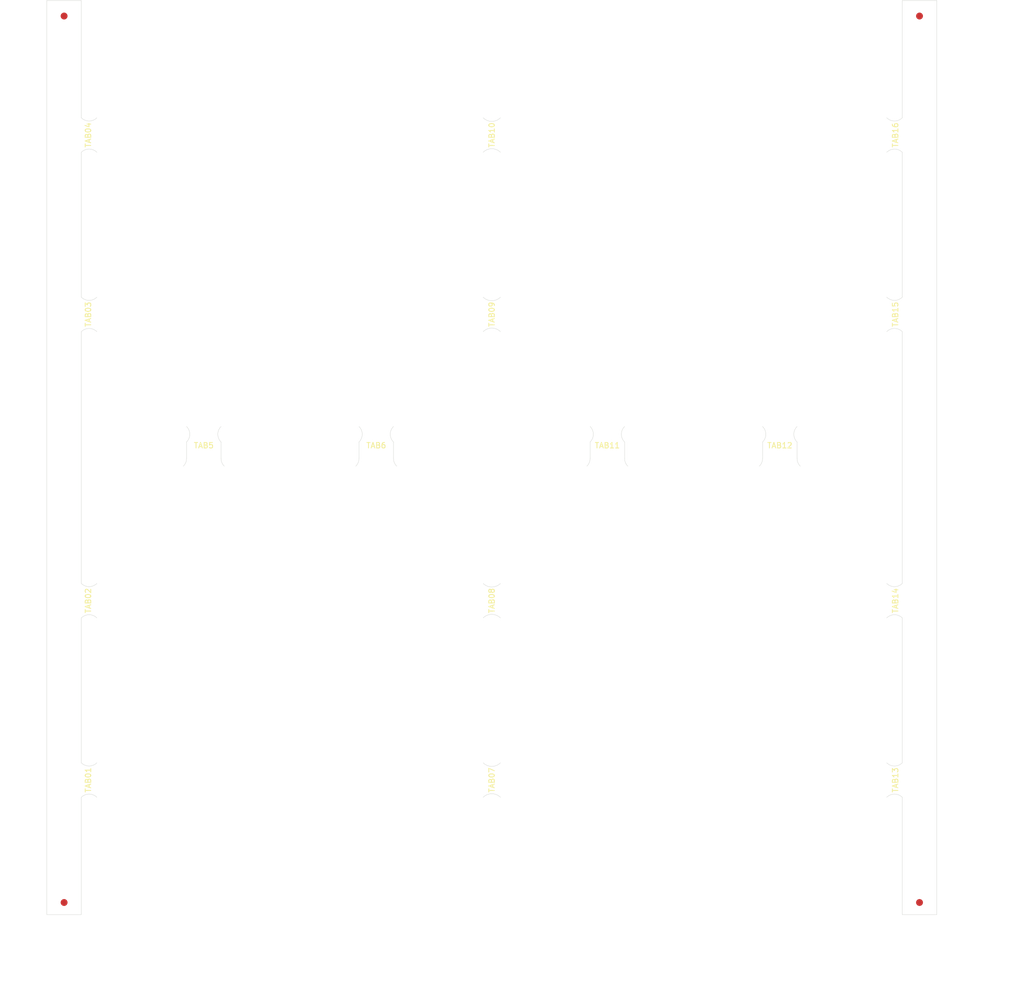
<source format=kicad_pcb>
(kicad_pcb (version 20171130) (host pcbnew 5.1.5+dfsg1-2build2)

  (general
    (thickness 1.6)
    (drawings 66)
    (tracks 0)
    (zones 0)
    (modules 46)
    (nets 2)
  )

  (page A3)
  (title_block
    (title "Democratic Sendcomm")
    (date 2020-12-26)
    (rev 0.9.2)
    (company "Europalab Devices")
    (comment 1 "Copyright © 2020, Europalab Devices")
    (comment 2 "Fulfilling requirements of 20200210")
    (comment 3 "Pending quality assurance testing")
    (comment 4 "Release revision for manufacturing")
  )

  (layers
    (0 F.Cu signal)
    (1 In1.Cu power)
    (2 In2.Cu power)
    (31 B.Cu signal)
    (34 B.Paste user)
    (35 F.Paste user)
    (36 B.SilkS user)
    (37 F.SilkS user)
    (38 B.Mask user)
    (39 F.Mask user)
    (40 Dwgs.User user)
    (41 Cmts.User user)
    (44 Edge.Cuts user)
    (45 Margin user)
    (46 B.CrtYd user)
    (47 F.CrtYd user)
    (48 B.Fab user)
    (49 F.Fab user)
  )

  (setup
    (last_trace_width 0.127)
    (user_trace_width 0.1016)
    (user_trace_width 0.127)
    (user_trace_width 0.2)
    (user_trace_width 0.4)
    (user_trace_width 1.016)
    (trace_clearance 0.127)
    (zone_clearance 0.508)
    (zone_45_only no)
    (trace_min 0.09)
    (via_size 0.6)
    (via_drill 0.3)
    (via_min_size 0.356)
    (via_min_drill 0.2)
    (user_via 0.356 0.2)
    (user_via 0.45 0.2)
    (uvia_size 0.45)
    (uvia_drill 0.1)
    (uvias_allowed no)
    (uvia_min_size 0.45)
    (uvia_min_drill 0.1)
    (edge_width 0.05)
    (segment_width 0.1)
    (pcb_text_width 0.25)
    (pcb_text_size 1 1)
    (mod_edge_width 0.15)
    (mod_text_size 1 1)
    (mod_text_width 0.15)
    (pad_size 2 2)
    (pad_drill 0)
    (pad_to_mask_clearance 0)
    (aux_axis_origin 0 0)
    (visible_elements 7FFFFFFF)
    (pcbplotparams
      (layerselection 0x313fc_ffffffff)
      (usegerberextensions true)
      (usegerberattributes false)
      (usegerberadvancedattributes false)
      (creategerberjobfile false)
      (excludeedgelayer true)
      (linewidth 0.150000)
      (plotframeref false)
      (viasonmask false)
      (mode 1)
      (useauxorigin false)
      (hpglpennumber 1)
      (hpglpenspeed 20)
      (hpglpendiameter 15.000000)
      (psnegative false)
      (psa4output false)
      (plotreference true)
      (plotvalue true)
      (plotinvisibletext false)
      (padsonsilk false)
      (subtractmaskfromsilk false)
      (outputformat 1)
      (mirror false)
      (drillshape 0)
      (scaleselection 1)
      (outputdirectory "fabsingle"))
  )

  (net 0 "")
  (net 1 GND)

  (net_class Default "This is the default net class."
    (clearance 0.127)
    (trace_width 0.127)
    (via_dia 0.6)
    (via_drill 0.3)
    (uvia_dia 0.45)
    (uvia_drill 0.1)
  )

  (net_class Power ""
    (clearance 0.2)
    (trace_width 0.5)
    (via_dia 1)
    (via_drill 0.7)
    (uvia_dia 0.5)
    (uvia_drill 0.1)
  )

  (module Elabdev:Panel_Mousetab_25mm_Single (layer F.Cu) (tedit 5CD9E502) (tstamp 60045457)
    (at 97.75 141.25 270)
    (path /5CD9EB0D)
    (fp_text reference TAB1 (at 0 0) (layer F.SilkS) hide
      (effects (font (size 0.8 0.8) (thickness 0.13)))
    )
    (fp_text value Pantab (at -3.25 0 180) (layer F.Fab)
      (effects (font (size 1 1) (thickness 0.15)))
    )
    (fp_line (start 1.25 -2.2) (end 1.25 2.2) (layer F.Fab) (width 0.15))
    (fp_line (start -1.25 -2.2) (end -1.25 2.2) (layer F.Fab) (width 0.15))
    (fp_line (start 2.1 -2.6) (end 2.1 2.6) (layer F.CrtYd) (width 0.15))
    (fp_line (start 2.1 2.6) (end -2.1 2.6) (layer F.CrtYd) (width 0.15))
    (fp_line (start -2.1 2.6) (end -2.1 -2.6) (layer F.CrtYd) (width 0.15))
    (fp_line (start -2.1 -2.6) (end 2.1 -2.6) (layer F.CrtYd) (width 0.15))
    (pad "" np_thru_hole circle (at 1.35 2 270) (size 0.5 0.5) (drill 0.5) (layers *.Cu))
    (pad "" np_thru_hole circle (at 1.35 1.2 270) (size 0.5 0.5) (drill 0.5) (layers *.Cu))
    (pad "" np_thru_hole circle (at 1.35 0.4 270) (size 0.5 0.5) (drill 0.5) (layers *.Cu))
    (pad "" np_thru_hole circle (at 1.35 -0.4 270) (size 0.5 0.5) (drill 0.5) (layers *.Cu))
    (pad "" np_thru_hole circle (at 1.35 -1.2 270) (size 0.5 0.5) (drill 0.5) (layers *.Cu))
    (pad "" np_thru_hole circle (at 1.35 -2 270) (size 0.5 0.5) (drill 0.5) (layers *.Cu))
  )

  (module Elabdev:Panel_Mousetab_25mm_Single (layer F.Cu) (tedit 5CD9E502) (tstamp 600453A0)
    (at 122.75 141.25 270)
    (path /5CD9EB0D)
    (fp_text reference TAB8 (at 0 0) (layer F.SilkS) hide
      (effects (font (size 0.8 0.8) (thickness 0.13)))
    )
    (fp_text value Pantab (at -3.25 0 180) (layer F.Fab)
      (effects (font (size 1 1) (thickness 0.15)))
    )
    (fp_line (start 1.25 -2.2) (end 1.25 2.2) (layer F.Fab) (width 0.15))
    (fp_line (start -1.25 -2.2) (end -1.25 2.2) (layer F.Fab) (width 0.15))
    (fp_line (start 2.1 -2.6) (end 2.1 2.6) (layer F.CrtYd) (width 0.15))
    (fp_line (start 2.1 2.6) (end -2.1 2.6) (layer F.CrtYd) (width 0.15))
    (fp_line (start -2.1 2.6) (end -2.1 -2.6) (layer F.CrtYd) (width 0.15))
    (fp_line (start -2.1 -2.6) (end 2.1 -2.6) (layer F.CrtYd) (width 0.15))
    (pad "" np_thru_hole circle (at 1.35 2 270) (size 0.5 0.5) (drill 0.5) (layers *.Cu))
    (pad "" np_thru_hole circle (at 1.35 1.2 270) (size 0.5 0.5) (drill 0.5) (layers *.Cu))
    (pad "" np_thru_hole circle (at 1.35 0.4 270) (size 0.5 0.5) (drill 0.5) (layers *.Cu))
    (pad "" np_thru_hole circle (at 1.35 -0.4 270) (size 0.5 0.5) (drill 0.5) (layers *.Cu))
    (pad "" np_thru_hole circle (at 1.35 -1.2 270) (size 0.5 0.5) (drill 0.5) (layers *.Cu))
    (pad "" np_thru_hole circle (at 1.35 -2 270) (size 0.5 0.5) (drill 0.5) (layers *.Cu))
  )

  (module Elabdev:Panel_Mousetab_25mm_Single (layer F.Cu) (tedit 5CD9E502) (tstamp 6004412D)
    (at 156.25 141.25 270)
    (path /5CD9EB0D)
    (fp_text reference TAB1 (at 0 0) (layer F.SilkS) hide
      (effects (font (size 0.8 0.8) (thickness 0.13)))
    )
    (fp_text value Pantab (at -3.25 0 180) (layer F.Fab)
      (effects (font (size 1 1) (thickness 0.15)))
    )
    (fp_line (start -2.1 -2.6) (end 2.1 -2.6) (layer F.CrtYd) (width 0.15))
    (fp_line (start -2.1 2.6) (end -2.1 -2.6) (layer F.CrtYd) (width 0.15))
    (fp_line (start 2.1 2.6) (end -2.1 2.6) (layer F.CrtYd) (width 0.15))
    (fp_line (start 2.1 -2.6) (end 2.1 2.6) (layer F.CrtYd) (width 0.15))
    (fp_line (start -1.25 -2.2) (end -1.25 2.2) (layer F.Fab) (width 0.15))
    (fp_line (start 1.25 -2.2) (end 1.25 2.2) (layer F.Fab) (width 0.15))
    (pad "" np_thru_hole circle (at 1.35 -2 270) (size 0.5 0.5) (drill 0.5) (layers *.Cu))
    (pad "" np_thru_hole circle (at 1.35 -1.2 270) (size 0.5 0.5) (drill 0.5) (layers *.Cu))
    (pad "" np_thru_hole circle (at 1.35 -0.4 270) (size 0.5 0.5) (drill 0.5) (layers *.Cu))
    (pad "" np_thru_hole circle (at 1.35 0.4 270) (size 0.5 0.5) (drill 0.5) (layers *.Cu))
    (pad "" np_thru_hole circle (at 1.35 1.2 270) (size 0.5 0.5) (drill 0.5) (layers *.Cu))
    (pad "" np_thru_hole circle (at 1.35 2 270) (size 0.5 0.5) (drill 0.5) (layers *.Cu))
  )

  (module Elabdev:Panel_Mousetab_25mm_Single (layer F.Cu) (tedit 5CD9E502) (tstamp 60044076)
    (at 181.25 141.25 270)
    (path /5CD9EB0D)
    (fp_text reference TAB8 (at 0 0) (layer F.SilkS) hide
      (effects (font (size 0.8 0.8) (thickness 0.13)))
    )
    (fp_text value Pantab (at -3.25 0 180) (layer F.Fab)
      (effects (font (size 1 1) (thickness 0.15)))
    )
    (fp_line (start -2.1 -2.6) (end 2.1 -2.6) (layer F.CrtYd) (width 0.15))
    (fp_line (start -2.1 2.6) (end -2.1 -2.6) (layer F.CrtYd) (width 0.15))
    (fp_line (start 2.1 2.6) (end -2.1 2.6) (layer F.CrtYd) (width 0.15))
    (fp_line (start 2.1 -2.6) (end 2.1 2.6) (layer F.CrtYd) (width 0.15))
    (fp_line (start -1.25 -2.2) (end -1.25 2.2) (layer F.Fab) (width 0.15))
    (fp_line (start 1.25 -2.2) (end 1.25 2.2) (layer F.Fab) (width 0.15))
    (pad "" np_thru_hole circle (at 1.35 -2 270) (size 0.5 0.5) (drill 0.5) (layers *.Cu))
    (pad "" np_thru_hole circle (at 1.35 -1.2 270) (size 0.5 0.5) (drill 0.5) (layers *.Cu))
    (pad "" np_thru_hole circle (at 1.35 -0.4 270) (size 0.5 0.5) (drill 0.5) (layers *.Cu))
    (pad "" np_thru_hole circle (at 1.35 0.4 270) (size 0.5 0.5) (drill 0.5) (layers *.Cu))
    (pad "" np_thru_hole circle (at 1.35 1.2 270) (size 0.5 0.5) (drill 0.5) (layers *.Cu))
    (pad "" np_thru_hole circle (at 1.35 2 270) (size 0.5 0.5) (drill 0.5) (layers *.Cu))
  )

  (module Elabdev:MountingHole_1.8mm (layer F.Cu) (tedit 5B924765) (tstamp 5FBCCBDE)
    (at 201.5 197.25)
    (descr "Mounting Hole 1.8mm, no annular")
    (tags "mounting hole 1.8mm no annular")
    (attr virtual)
    (fp_text reference REF** (at 0 -3.2) (layer F.SilkS) hide
      (effects (font (size 1 1) (thickness 0.15)))
    )
    (fp_text value MountingHole_1.8mm (at 0 3.2) (layer F.Fab)
      (effects (font (size 1 1) (thickness 0.15)))
    )
    (fp_circle (center 0 0) (end 1.85 0) (layer F.CrtYd) (width 0.05))
    (fp_circle (center 0 0) (end 1.8 0) (layer Cmts.User) (width 0.15))
    (fp_text user %R (at 0.3 0) (layer F.Fab)
      (effects (font (size 1 1) (thickness 0.15)))
    )
    (pad "" np_thru_hole circle (at 0 0) (size 1.8 1.8) (drill 1.8) (layers *.Cu *.Mask))
  )

  (module Elabdev:MountingHole_1.8mm (layer F.Cu) (tedit 5B924765) (tstamp 5FBCCBC8)
    (at 201.5 131.75)
    (descr "Mounting Hole 1.8mm, no annular")
    (tags "mounting hole 1.8mm no annular")
    (attr virtual)
    (fp_text reference REF** (at 0 -3.2) (layer F.SilkS) hide
      (effects (font (size 1 1) (thickness 0.15)))
    )
    (fp_text value MountingHole_1.8mm (at 0 3.2) (layer F.Fab)
      (effects (font (size 1 1) (thickness 0.15)))
    )
    (fp_circle (center 0 0) (end 1.85 0) (layer F.CrtYd) (width 0.05))
    (fp_circle (center 0 0) (end 1.8 0) (layer Cmts.User) (width 0.15))
    (fp_text user %R (at 0.3 0) (layer F.Fab)
      (effects (font (size 1 1) (thickness 0.15)))
    )
    (pad "" np_thru_hole circle (at 0 0) (size 1.8 1.8) (drill 1.8) (layers *.Cu *.Mask))
  )

  (module Elabdev:MountingHole_1.8mm (layer F.Cu) (tedit 5B924765) (tstamp 5FBCBB7E)
    (at 77.5 197.25)
    (descr "Mounting Hole 1.8mm, no annular")
    (tags "mounting hole 1.8mm no annular")
    (attr virtual)
    (fp_text reference REF** (at 0 -3.2) (layer F.SilkS) hide
      (effects (font (size 1 1) (thickness 0.15)))
    )
    (fp_text value MountingHole_1.8mm (at 0 3.2) (layer F.Fab)
      (effects (font (size 1 1) (thickness 0.15)))
    )
    (fp_circle (center 0 0) (end 1.85 0) (layer F.CrtYd) (width 0.05))
    (fp_circle (center 0 0) (end 1.8 0) (layer Cmts.User) (width 0.15))
    (fp_text user %R (at 0.3 0) (layer F.Fab)
      (effects (font (size 1 1) (thickness 0.15)))
    )
    (pad "" np_thru_hole circle (at 0 0) (size 1.8 1.8) (drill 1.8) (layers *.Cu *.Mask))
  )

  (module Elabdev:MountingHole_1.8mm (layer F.Cu) (tedit 5B924765) (tstamp 5FBCBB70)
    (at 77.5 150.75)
    (descr "Mounting Hole 1.8mm, no annular")
    (tags "mounting hole 1.8mm no annular")
    (attr virtual)
    (fp_text reference REF** (at 0 -3.2) (layer F.SilkS) hide
      (effects (font (size 1 1) (thickness 0.15)))
    )
    (fp_text value MountingHole_1.8mm (at 0 3.2) (layer F.Fab)
      (effects (font (size 1 1) (thickness 0.15)))
    )
    (fp_circle (center 0 0) (end 1.85 0) (layer F.CrtYd) (width 0.05))
    (fp_circle (center 0 0) (end 1.8 0) (layer Cmts.User) (width 0.15))
    (fp_text user %R (at 0.3 0) (layer F.Fab)
      (effects (font (size 1 1) (thickness 0.15)))
    )
    (pad "" np_thru_hole circle (at 0 0) (size 1.8 1.8) (drill 1.8) (layers *.Cu *.Mask))
  )

  (module Elabdev:MountingHole_1.8mm (layer F.Cu) (tedit 5B924765) (tstamp 5FBCBB5A)
    (at 201.5 85.25)
    (descr "Mounting Hole 1.8mm, no annular")
    (tags "mounting hole 1.8mm no annular")
    (attr virtual)
    (fp_text reference REF** (at 0 -3.2) (layer F.SilkS) hide
      (effects (font (size 1 1) (thickness 0.15)))
    )
    (fp_text value MountingHole_1.8mm (at 0 3.2) (layer F.Fab)
      (effects (font (size 1 1) (thickness 0.15)))
    )
    (fp_circle (center 0 0) (end 1.85 0) (layer F.CrtYd) (width 0.05))
    (fp_circle (center 0 0) (end 1.8 0) (layer Cmts.User) (width 0.15))
    (fp_text user %R (at 0.3 0) (layer F.Fab)
      (effects (font (size 1 1) (thickness 0.15)))
    )
    (pad "" np_thru_hole circle (at 0 0) (size 1.8 1.8) (drill 1.8) (layers *.Cu *.Mask))
  )

  (module Elabdev:MountingHole_1.8mm (layer F.Cu) (tedit 5B924765) (tstamp 5FBCBA53)
    (at 77.5 85.25)
    (descr "Mounting Hole 1.8mm, no annular")
    (tags "mounting hole 1.8mm no annular")
    (attr virtual)
    (fp_text reference REF** (at 0 -3.2) (layer F.SilkS) hide
      (effects (font (size 1 1) (thickness 0.15)))
    )
    (fp_text value MountingHole_1.8mm (at 0 3.2) (layer F.Fab)
      (effects (font (size 1 1) (thickness 0.15)))
    )
    (fp_circle (center 0 0) (end 1.85 0) (layer F.CrtYd) (width 0.05))
    (fp_circle (center 0 0) (end 1.8 0) (layer Cmts.User) (width 0.15))
    (fp_text user %R (at 0.3 0) (layer F.Fab)
      (effects (font (size 1 1) (thickness 0.15)))
    )
    (pad "" np_thru_hole circle (at 0 0) (size 1.8 1.8) (drill 1.8) (layers *.Cu *.Mask))
  )

  (module MountingHole:MountingHole_3.2mm_M3 (layer F.Cu) (tedit 56D1B4CB) (tstamp 5FFC40C9)
    (at 201 188)
    (descr "Mounting Hole 3.2mm, no annular, M3")
    (tags "mounting hole 3.2mm no annular m3")
    (attr virtual)
    (fp_text reference REF** (at 0 -3.2) (layer F.SilkS) hide
      (effects (font (size 1 1) (thickness 0.15)))
    )
    (fp_text value MountingHole_3.2mm_M3 (at 0 3.2) (layer F.Fab)
      (effects (font (size 1 1) (thickness 0.15)))
    )
    (fp_circle (center 0 0) (end 3.45 0) (layer F.CrtYd) (width 0.05))
    (fp_circle (center 0 0) (end 3.2 0) (layer Cmts.User) (width 0.15))
    (fp_text user %R (at 0.3 0) (layer F.Fab)
      (effects (font (size 1 1) (thickness 0.15)))
    )
    (pad 1 np_thru_hole circle (at 0 0) (size 3.2 3.2) (drill 3.2) (layers *.Cu *.Mask))
  )

  (module MountingHole:MountingHole_3.2mm_M3 (layer F.Cu) (tedit 56D1B4CB) (tstamp 5FFC40BB)
    (at 78 188)
    (descr "Mounting Hole 3.2mm, no annular, M3")
    (tags "mounting hole 3.2mm no annular m3")
    (attr virtual)
    (fp_text reference REF** (at 0 -3.2) (layer F.SilkS) hide
      (effects (font (size 1 1) (thickness 0.15)))
    )
    (fp_text value MountingHole_3.2mm_M3 (at 0 3.2) (layer F.Fab)
      (effects (font (size 1 1) (thickness 0.15)))
    )
    (fp_text user %R (at 0.3 0) (layer F.Fab)
      (effects (font (size 1 1) (thickness 0.15)))
    )
    (fp_circle (center 0 0) (end 3.2 0) (layer Cmts.User) (width 0.15))
    (fp_circle (center 0 0) (end 3.45 0) (layer F.CrtYd) (width 0.05))
    (pad 1 np_thru_hole circle (at 0 0) (size 3.2 3.2) (drill 3.2) (layers *.Cu *.Mask))
  )

  (module MountingHole:MountingHole_3.2mm_M3 (layer F.Cu) (tedit 56D1B4CB) (tstamp 5FFC4060)
    (at 201 94.5)
    (descr "Mounting Hole 3.2mm, no annular, M3")
    (tags "mounting hole 3.2mm no annular m3")
    (attr virtual)
    (fp_text reference REF** (at 0 -3.2) (layer F.SilkS) hide
      (effects (font (size 1 1) (thickness 0.15)))
    )
    (fp_text value MountingHole_3.2mm_M3 (at 0 3.2) (layer F.Fab)
      (effects (font (size 1 1) (thickness 0.15)))
    )
    (fp_text user %R (at 0.3 0) (layer F.Fab)
      (effects (font (size 1 1) (thickness 0.15)))
    )
    (fp_circle (center 0 0) (end 3.2 0) (layer Cmts.User) (width 0.15))
    (fp_circle (center 0 0) (end 3.45 0) (layer F.CrtYd) (width 0.05))
    (pad 1 np_thru_hole circle (at 0 0) (size 3.2 3.2) (drill 3.2) (layers *.Cu *.Mask))
  )

  (module MountingHole:MountingHole_3.2mm_M3 (layer F.Cu) (tedit 56D1B4CB) (tstamp 5FFC3DC2)
    (at 78 94.5)
    (descr "Mounting Hole 3.2mm, no annular, M3")
    (tags "mounting hole 3.2mm no annular m3")
    (attr virtual)
    (fp_text reference REF** (at 0 -3.2) (layer F.SilkS) hide
      (effects (font (size 1 1) (thickness 0.15)))
    )
    (fp_text value MountingHole_3.2mm_M3 (at 0 3.2) (layer F.Fab)
      (effects (font (size 1 1) (thickness 0.15)))
    )
    (fp_circle (center 0 0) (end 3.45 0) (layer F.CrtYd) (width 0.05))
    (fp_circle (center 0 0) (end 3.2 0) (layer Cmts.User) (width 0.15))
    (fp_text user %R (at 0.3 0) (layer F.Fab)
      (effects (font (size 1 1) (thickness 0.15)))
    )
    (pad 1 np_thru_hole circle (at 0 0) (size 3.2 3.2) (drill 3.2) (layers *.Cu *.Mask))
  )

  (module Elabdev:Panel_Mousetab_25mm_Single (layer F.Cu) (tedit 5CD5AA6C) (tstamp 5F4C1047)
    (at 81 162)
    (path /5CD5C074)
    (fp_text reference TAB02 (at 0 0 90 unlocked) (layer F.SilkS)
      (effects (font (size 0.8 0.8) (thickness 0.13)))
    )
    (fp_text value Pantab (at -2.5 0 -270) (layer F.Fab)
      (effects (font (size 1 1) (thickness 0.15)))
    )
    (fp_line (start 1.25 -2.2) (end 1.25 2.2) (layer F.Fab) (width 0.15))
    (fp_line (start -1.25 -2.2) (end -1.25 2.2) (layer F.Fab) (width 0.15))
    (fp_line (start 2.1 -2.6) (end 2.1 2.6) (layer F.CrtYd) (width 0.15))
    (fp_line (start 2.1 2.6) (end -2.1 2.6) (layer F.CrtYd) (width 0.15))
    (fp_line (start -2.1 2.6) (end -2.1 -2.6) (layer F.CrtYd) (width 0.15))
    (fp_line (start -2.1 -2.6) (end 2.1 -2.6) (layer F.CrtYd) (width 0.15))
    (pad "" np_thru_hole circle (at 1.35 2) (size 0.5 0.5) (drill 0.5) (layers *.Cu))
    (pad "" np_thru_hole circle (at 1.35 1.2) (size 0.5 0.5) (drill 0.5) (layers *.Cu))
    (pad "" np_thru_hole circle (at 1.35 0.4) (size 0.5 0.5) (drill 0.5) (layers *.Cu))
    (pad "" np_thru_hole circle (at 1.35 -0.4) (size 0.5 0.5) (drill 0.5) (layers *.Cu))
    (pad "" np_thru_hole circle (at 1.35 -1.2) (size 0.5 0.5) (drill 0.5) (layers *.Cu))
    (pad "" np_thru_hole circle (at 1.35 -2) (size 0.5 0.5) (drill 0.5) (layers *.Cu))
  )

  (module Elabdev:Panel_Mousetab_25mm_Double (layer F.Cu) (tedit 5B993D89) (tstamp 5FBD7812)
    (at 139.5 188)
    (fp_text reference TAB07 (at 0 0 90 unlocked) (layer F.SilkS)
      (effects (font (size 0.8 0.8) (thickness 0.13)))
    )
    (fp_text value Panel_Mousetab_25mm_Double (at 0 3.5) (layer F.Fab)
      (effects (font (size 1 1) (thickness 0.15)))
    )
    (fp_line (start 1.25 -2.2) (end 1.25 2.2) (layer F.Fab) (width 0.15))
    (fp_line (start -1.25 -2.2) (end -1.25 2.2) (layer F.Fab) (width 0.15))
    (fp_line (start 2.1 -2.6) (end 2.1 2.6) (layer F.CrtYd) (width 0.15))
    (fp_line (start 2.1 2.6) (end -2.1 2.6) (layer F.CrtYd) (width 0.15))
    (fp_line (start -2.1 2.6) (end -2.1 -2.6) (layer F.CrtYd) (width 0.15))
    (fp_line (start -2.1 -2.6) (end 2.1 -2.6) (layer F.CrtYd) (width 0.15))
    (pad "" np_thru_hole circle (at 1.35 2) (size 0.5 0.5) (drill 0.5) (layers *.Cu))
    (pad "" np_thru_hole circle (at 1.35 1.2) (size 0.5 0.5) (drill 0.5) (layers *.Cu))
    (pad "" np_thru_hole circle (at 1.35 0.4) (size 0.5 0.5) (drill 0.5) (layers *.Cu))
    (pad "" np_thru_hole circle (at -1.35 2) (size 0.5 0.5) (drill 0.5) (layers *.Cu))
    (pad "" np_thru_hole circle (at -1.35 1.2) (size 0.5 0.5) (drill 0.5) (layers *.Cu))
    (pad "" np_thru_hole circle (at -1.35 0.4) (size 0.5 0.5) (drill 0.5) (layers *.Cu))
    (pad "" np_thru_hole circle (at 1.35 -0.4) (size 0.5 0.5) (drill 0.5) (layers *.Cu))
    (pad "" np_thru_hole circle (at 1.35 -1.2) (size 0.5 0.5) (drill 0.5) (layers *.Cu))
    (pad "" np_thru_hole circle (at 1.35 -2) (size 0.5 0.5) (drill 0.5) (layers *.Cu))
    (pad "" np_thru_hole circle (at -1.35 -2) (size 0.5 0.5) (drill 0.5) (layers *.Cu))
    (pad "" np_thru_hole circle (at -1.35 -1.2) (size 0.5 0.5) (drill 0.5) (layers *.Cu))
    (pad "" np_thru_hole circle (at -1.35 -0.4) (size 0.5 0.5) (drill 0.5) (layers *.Cu))
  )

  (module Elabdev:Panel_Mousetab_25mm_Double (layer F.Cu) (tedit 5B993D89) (tstamp 5FBD77E5)
    (at 139.5 162)
    (fp_text reference TAB08 (at 0 0 90 unlocked) (layer F.SilkS)
      (effects (font (size 0.8 0.8) (thickness 0.13)))
    )
    (fp_text value Panel_Mousetab_25mm_Double (at 0 3.5) (layer F.Fab)
      (effects (font (size 1 1) (thickness 0.15)))
    )
    (fp_line (start 1.25 -2.2) (end 1.25 2.2) (layer F.Fab) (width 0.15))
    (fp_line (start -1.25 -2.2) (end -1.25 2.2) (layer F.Fab) (width 0.15))
    (fp_line (start 2.1 -2.6) (end 2.1 2.6) (layer F.CrtYd) (width 0.15))
    (fp_line (start 2.1 2.6) (end -2.1 2.6) (layer F.CrtYd) (width 0.15))
    (fp_line (start -2.1 2.6) (end -2.1 -2.6) (layer F.CrtYd) (width 0.15))
    (fp_line (start -2.1 -2.6) (end 2.1 -2.6) (layer F.CrtYd) (width 0.15))
    (pad "" np_thru_hole circle (at 1.35 2) (size 0.5 0.5) (drill 0.5) (layers *.Cu))
    (pad "" np_thru_hole circle (at 1.35 1.2) (size 0.5 0.5) (drill 0.5) (layers *.Cu))
    (pad "" np_thru_hole circle (at 1.35 0.4) (size 0.5 0.5) (drill 0.5) (layers *.Cu))
    (pad "" np_thru_hole circle (at -1.35 2) (size 0.5 0.5) (drill 0.5) (layers *.Cu))
    (pad "" np_thru_hole circle (at -1.35 1.2) (size 0.5 0.5) (drill 0.5) (layers *.Cu))
    (pad "" np_thru_hole circle (at -1.35 0.4) (size 0.5 0.5) (drill 0.5) (layers *.Cu))
    (pad "" np_thru_hole circle (at 1.35 -0.4) (size 0.5 0.5) (drill 0.5) (layers *.Cu))
    (pad "" np_thru_hole circle (at 1.35 -1.2) (size 0.5 0.5) (drill 0.5) (layers *.Cu))
    (pad "" np_thru_hole circle (at 1.35 -2) (size 0.5 0.5) (drill 0.5) (layers *.Cu))
    (pad "" np_thru_hole circle (at -1.35 -2) (size 0.5 0.5) (drill 0.5) (layers *.Cu))
    (pad "" np_thru_hole circle (at -1.35 -1.2) (size 0.5 0.5) (drill 0.5) (layers *.Cu))
    (pad "" np_thru_hole circle (at -1.35 -0.4) (size 0.5 0.5) (drill 0.5) (layers *.Cu))
  )

  (module Elabdev:MountingHole_1.1mm (layer F.Cu) (tedit 5B924765) (tstamp 5FBCCC1A)
    (at 201.5 146.75)
    (descr "Mounting Hole 1.1mm, no annular")
    (tags "mounting hole 1.1mm no annular")
    (attr virtual)
    (fp_text reference REF** (at 0 -3.2) (layer F.SilkS) hide
      (effects (font (size 1 1) (thickness 0.15)))
    )
    (fp_text value MountingHole_1.1mm (at 0 3.2) (layer F.Fab)
      (effects (font (size 1 1) (thickness 0.15)))
    )
    (fp_text user %R (at 0.3 0) (layer F.Fab)
      (effects (font (size 1 1) (thickness 0.15)))
    )
    (fp_circle (center 0 0) (end 1.1 0) (layer Cmts.User) (width 0.15))
    (fp_circle (center 0 0) (end 1.35 0) (layer F.CrtYd) (width 0.05))
    (pad "" np_thru_hole circle (at 0 0) (size 1.1 1.1) (drill 1.1) (layers *.Cu *.Mask))
  )

  (module Elabdev:MountingHole_1.1mm (layer F.Cu) (tedit 5B924765) (tstamp 5FBCCBFC)
    (at 77.5 135.75)
    (descr "Mounting Hole 1.1mm, no annular")
    (tags "mounting hole 1.1mm no annular")
    (attr virtual)
    (fp_text reference REF** (at 0 -3.2) (layer F.SilkS) hide
      (effects (font (size 1 1) (thickness 0.15)))
    )
    (fp_text value MountingHole_1.1mm (at 0 3.2) (layer F.Fab)
      (effects (font (size 1 1) (thickness 0.15)))
    )
    (fp_text user %R (at 0.3 0) (layer F.Fab)
      (effects (font (size 1 1) (thickness 0.15)))
    )
    (fp_circle (center 0 0) (end 1.1 0) (layer Cmts.User) (width 0.15))
    (fp_circle (center 0 0) (end 1.35 0) (layer F.CrtYd) (width 0.05))
    (pad "" np_thru_hole circle (at 0 0) (size 1.1 1.1) (drill 1.1) (layers *.Cu *.Mask))
  )

  (module Elabdev:MountingHole_1.1mm (layer F.Cu) (tedit 5B924765) (tstamp 5FBCBB0E)
    (at 201.5 89.25)
    (descr "Mounting Hole 1.1mm, no annular")
    (tags "mounting hole 1.1mm no annular")
    (attr virtual)
    (fp_text reference REF** (at 0 -3.2) (layer F.SilkS) hide
      (effects (font (size 1 1) (thickness 0.15)))
    )
    (fp_text value MountingHole_1.1mm (at 0 3.2) (layer F.Fab)
      (effects (font (size 1 1) (thickness 0.15)))
    )
    (fp_circle (center 0 0) (end 1.35 0) (layer F.CrtYd) (width 0.05))
    (fp_circle (center 0 0) (end 1.1 0) (layer Cmts.User) (width 0.15))
    (fp_text user %R (at 0.3 0) (layer F.Fab)
      (effects (font (size 1 1) (thickness 0.15)))
    )
    (pad "" np_thru_hole circle (at 0 0) (size 1.1 1.1) (drill 1.1) (layers *.Cu *.Mask))
  )

  (module Elabdev:MountingHole_1.1mm (layer F.Cu) (tedit 5B924765) (tstamp 5FBCBAE8)
    (at 201.5 193.25)
    (descr "Mounting Hole 1.1mm, no annular")
    (tags "mounting hole 1.1mm no annular")
    (attr virtual)
    (fp_text reference REF** (at 0 -3.2) (layer F.SilkS) hide
      (effects (font (size 1 1) (thickness 0.15)))
    )
    (fp_text value MountingHole_1.1mm (at 0 3.2) (layer F.Fab)
      (effects (font (size 1 1) (thickness 0.15)))
    )
    (fp_text user %R (at 0.3 0) (layer F.Fab)
      (effects (font (size 1 1) (thickness 0.15)))
    )
    (fp_circle (center 0 0) (end 1.1 0) (layer Cmts.User) (width 0.15))
    (fp_circle (center 0 0) (end 1.35 0) (layer F.CrtYd) (width 0.05))
    (pad "" np_thru_hole circle (at 0 0) (size 1.1 1.1) (drill 1.1) (layers *.Cu *.Mask))
  )

  (module Elabdev:MountingHole_1.1mm (layer F.Cu) (tedit 5B924765) (tstamp 5FBCBABE)
    (at 77.5 193.25)
    (descr "Mounting Hole 1.1mm, no annular")
    (tags "mounting hole 1.1mm no annular")
    (attr virtual)
    (fp_text reference REF** (at 0 -3.2) (layer F.SilkS) hide
      (effects (font (size 1 1) (thickness 0.15)))
    )
    (fp_text value MountingHole_1.1mm (at 0 3.2) (layer F.Fab)
      (effects (font (size 1 1) (thickness 0.15)))
    )
    (fp_text user %R (at 0.3 0) (layer F.Fab)
      (effects (font (size 1 1) (thickness 0.15)))
    )
    (fp_circle (center 0 0) (end 1.1 0) (layer Cmts.User) (width 0.15))
    (fp_circle (center 0 0) (end 1.35 0) (layer F.CrtYd) (width 0.05))
    (pad "" np_thru_hole circle (at 0 0) (size 1.1 1.1) (drill 1.1) (layers *.Cu *.Mask))
  )

  (module Elabdev:MountingHole_1.1mm (layer F.Cu) (tedit 5B924765) (tstamp 5FE8F1F7)
    (at 77.5 89.25)
    (descr "Mounting Hole 1.1mm, no annular")
    (tags "mounting hole 1.1mm no annular")
    (attr virtual)
    (fp_text reference REF** (at 0 -3.2) (layer F.SilkS) hide
      (effects (font (size 1 1) (thickness 0.15)))
    )
    (fp_text value MountingHole_1.1mm (at 0 3.2) (layer F.Fab)
      (effects (font (size 1 1) (thickness 0.15)))
    )
    (fp_circle (center 0 0) (end 1.35 0) (layer F.CrtYd) (width 0.05))
    (fp_circle (center 0 0) (end 1.1 0) (layer Cmts.User) (width 0.15))
    (fp_text user %R (at 0.3 0) (layer F.Fab)
      (effects (font (size 1 1) (thickness 0.15)))
    )
    (pad "" np_thru_hole circle (at 0 0) (size 1.1 1.1) (drill 1.1) (layers *.Cu *.Mask))
  )

  (module Fiducial:Fiducial_1mm_Mask2mm (layer F.Cu) (tedit 5C18CB26) (tstamp 5FBDDDDA)
    (at 77.5 205.75)
    (descr "Circular Fiducial, 1mm bare copper, 2mm soldermask opening (Level A)")
    (tags fiducial)
    (attr smd)
    (fp_text reference FID-D (at 1 0) (layer F.SilkS) hide
      (effects (font (size 1 1) (thickness 0.15)) (justify left))
    )
    (fp_text value Fiducial_1mm_Mask2mm (at 0 2) (layer F.Fab)
      (effects (font (size 1 1) (thickness 0.15)))
    )
    (fp_circle (center 0 0) (end 1 0) (layer F.Fab) (width 0.1))
    (fp_text user %R (at 0 0) (layer F.Fab)
      (effects (font (size 0.4 0.4) (thickness 0.06)))
    )
    (fp_circle (center 0 0) (end 1.25 0) (layer F.CrtYd) (width 0.05))
    (pad "" smd circle (at 0 0) (size 1 1) (layers F.Cu F.Mask)
      (solder_mask_margin 0.5) (clearance 0.5))
  )

  (module Fiducial:Fiducial_1mm_Mask2mm (layer F.Cu) (tedit 5C18CB26) (tstamp 5FBDDDBC)
    (at 201.5 205.75)
    (descr "Circular Fiducial, 1mm bare copper, 2mm soldermask opening (Level A)")
    (tags fiducial)
    (attr smd)
    (fp_text reference FID-C (at -1 0) (layer F.SilkS) hide
      (effects (font (size 1 1) (thickness 0.15)) (justify right))
    )
    (fp_text value Fiducial_1mm_Mask2mm (at 0 2) (layer F.Fab)
      (effects (font (size 1 1) (thickness 0.15)))
    )
    (fp_circle (center 0 0) (end 1.25 0) (layer F.CrtYd) (width 0.05))
    (fp_text user %R (at 0 0) (layer F.Fab)
      (effects (font (size 0.4 0.4) (thickness 0.06)))
    )
    (fp_circle (center 0 0) (end 1 0) (layer F.Fab) (width 0.1))
    (pad "" smd circle (at 0 0) (size 1 1) (layers F.Cu F.Mask)
      (solder_mask_margin 0.5) (clearance 0.5))
  )

  (module Fiducial:Fiducial_1mm_Mask2mm (layer F.Cu) (tedit 5C18CB26) (tstamp 5FBDDD97)
    (at 201.5 77.25)
    (descr "Circular Fiducial, 1mm bare copper, 2mm soldermask opening (Level A)")
    (tags fiducial)
    (attr smd)
    (fp_text reference FID-B (at -1 0) (layer F.SilkS) hide
      (effects (font (size 1 1) (thickness 0.15)) (justify right))
    )
    (fp_text value Fiducial_1mm_Mask2mm (at 0 2) (layer F.Fab)
      (effects (font (size 1 1) (thickness 0.15)))
    )
    (fp_circle (center 0 0) (end 1 0) (layer F.Fab) (width 0.1))
    (fp_text user %R (at 0 0) (layer F.Fab)
      (effects (font (size 0.4 0.4) (thickness 0.06)))
    )
    (fp_circle (center 0 0) (end 1.25 0) (layer F.CrtYd) (width 0.05))
    (pad "" smd circle (at 0 0) (size 1 1) (layers F.Cu F.Mask)
      (solder_mask_margin 0.5) (clearance 0.5))
  )

  (module Fiducial:Fiducial_1mm_Mask2mm (layer F.Cu) (tedit 5C18CB26) (tstamp 5FBDDD7E)
    (at 77.5 77.25)
    (descr "Circular Fiducial, 1mm bare copper, 2mm soldermask opening (Level A)")
    (tags fiducial)
    (attr smd)
    (fp_text reference FID-A (at 1 0) (layer F.SilkS) hide
      (effects (font (size 1 1) (thickness 0.15)) (justify left))
    )
    (fp_text value Fiducial_1mm_Mask2mm (at 0 2) (layer F.Fab)
      (effects (font (size 1 1) (thickness 0.15)))
    )
    (fp_circle (center 0 0) (end 1.25 0) (layer F.CrtYd) (width 0.05))
    (fp_text user %R (at 0 0) (layer F.Fab)
      (effects (font (size 0.4 0.4) (thickness 0.06)))
    )
    (fp_circle (center 0 0) (end 1 0) (layer F.Fab) (width 0.1))
    (pad "" smd circle (at 0 0) (size 1 1) (layers F.Cu F.Mask)
      (solder_mask_margin 0.5) (clearance 0.5))
  )

  (module Elabdev:Panel_Mousetab_25mm_Single (layer F.Cu) (tedit 5CD5AA6C) (tstamp 5FBD2063)
    (at 198 120.5 180)
    (path /5CD5C074)
    (fp_text reference TAB15 (at 0 0 90 unlocked) (layer F.SilkS)
      (effects (font (size 0.8 0.8) (thickness 0.13)))
    )
    (fp_text value Pantab (at -2.5 0 90) (layer F.Fab)
      (effects (font (size 1 1) (thickness 0.15)))
    )
    (fp_line (start 1.25 -2.2) (end 1.25 2.2) (layer F.Fab) (width 0.15))
    (fp_line (start -1.25 -2.2) (end -1.25 2.2) (layer F.Fab) (width 0.15))
    (fp_line (start 2.1 -2.6) (end 2.1 2.6) (layer F.CrtYd) (width 0.15))
    (fp_line (start 2.1 2.6) (end -2.1 2.6) (layer F.CrtYd) (width 0.15))
    (fp_line (start -2.1 2.6) (end -2.1 -2.6) (layer F.CrtYd) (width 0.15))
    (fp_line (start -2.1 -2.6) (end 2.1 -2.6) (layer F.CrtYd) (width 0.15))
    (pad "" np_thru_hole circle (at 1.35 2 180) (size 0.5 0.5) (drill 0.5) (layers *.Cu))
    (pad "" np_thru_hole circle (at 1.35 1.2 180) (size 0.5 0.5) (drill 0.5) (layers *.Cu))
    (pad "" np_thru_hole circle (at 1.35 0.4 180) (size 0.5 0.5) (drill 0.5) (layers *.Cu))
    (pad "" np_thru_hole circle (at 1.35 -0.4 180) (size 0.5 0.5) (drill 0.5) (layers *.Cu))
    (pad "" np_thru_hole circle (at 1.35 -1.2 180) (size 0.5 0.5) (drill 0.5) (layers *.Cu))
    (pad "" np_thru_hole circle (at 1.35 -2 180) (size 0.5 0.5) (drill 0.5) (layers *.Cu))
  )

  (module Elabdev:Panel_Mousetab_25mm_Single (layer F.Cu) (tedit 5CD5AA6C) (tstamp 5FBD2044)
    (at 198 94.5 180)
    (path /5CD5C074)
    (fp_text reference TAB16 (at 0 0 90 unlocked) (layer F.SilkS)
      (effects (font (size 0.8 0.8) (thickness 0.13)))
    )
    (fp_text value Pantab (at -2.5 0 90) (layer F.Fab)
      (effects (font (size 1 1) (thickness 0.15)))
    )
    (fp_line (start -2.1 -2.6) (end 2.1 -2.6) (layer F.CrtYd) (width 0.15))
    (fp_line (start -2.1 2.6) (end -2.1 -2.6) (layer F.CrtYd) (width 0.15))
    (fp_line (start 2.1 2.6) (end -2.1 2.6) (layer F.CrtYd) (width 0.15))
    (fp_line (start 2.1 -2.6) (end 2.1 2.6) (layer F.CrtYd) (width 0.15))
    (fp_line (start -1.25 -2.2) (end -1.25 2.2) (layer F.Fab) (width 0.15))
    (fp_line (start 1.25 -2.2) (end 1.25 2.2) (layer F.Fab) (width 0.15))
    (pad "" np_thru_hole circle (at 1.35 -2 180) (size 0.5 0.5) (drill 0.5) (layers *.Cu))
    (pad "" np_thru_hole circle (at 1.35 -1.2 180) (size 0.5 0.5) (drill 0.5) (layers *.Cu))
    (pad "" np_thru_hole circle (at 1.35 -0.4 180) (size 0.5 0.5) (drill 0.5) (layers *.Cu))
    (pad "" np_thru_hole circle (at 1.35 0.4 180) (size 0.5 0.5) (drill 0.5) (layers *.Cu))
    (pad "" np_thru_hole circle (at 1.35 1.2 180) (size 0.5 0.5) (drill 0.5) (layers *.Cu))
    (pad "" np_thru_hole circle (at 1.35 2 180) (size 0.5 0.5) (drill 0.5) (layers *.Cu))
  )

  (module Elabdev:Panel_Mousetab_25mm_Double (layer F.Cu) (tedit 5B993D89) (tstamp 5FBC8FD2)
    (at 139.5 120.5)
    (fp_text reference TAB09 (at 0 0 90 unlocked) (layer F.SilkS)
      (effects (font (size 0.8 0.8) (thickness 0.13)))
    )
    (fp_text value Panel_Mousetab_25mm_Double (at 0 3.5) (layer F.Fab)
      (effects (font (size 1 1) (thickness 0.15)))
    )
    (fp_line (start -2.1 -2.6) (end 2.1 -2.6) (layer F.CrtYd) (width 0.15))
    (fp_line (start -2.1 2.6) (end -2.1 -2.6) (layer F.CrtYd) (width 0.15))
    (fp_line (start 2.1 2.6) (end -2.1 2.6) (layer F.CrtYd) (width 0.15))
    (fp_line (start 2.1 -2.6) (end 2.1 2.6) (layer F.CrtYd) (width 0.15))
    (fp_line (start -1.25 -2.2) (end -1.25 2.2) (layer F.Fab) (width 0.15))
    (fp_line (start 1.25 -2.2) (end 1.25 2.2) (layer F.Fab) (width 0.15))
    (pad "" np_thru_hole circle (at -1.35 -0.4) (size 0.5 0.5) (drill 0.5) (layers *.Cu))
    (pad "" np_thru_hole circle (at -1.35 -1.2) (size 0.5 0.5) (drill 0.5) (layers *.Cu))
    (pad "" np_thru_hole circle (at -1.35 -2) (size 0.5 0.5) (drill 0.5) (layers *.Cu))
    (pad "" np_thru_hole circle (at 1.35 -2) (size 0.5 0.5) (drill 0.5) (layers *.Cu))
    (pad "" np_thru_hole circle (at 1.35 -1.2) (size 0.5 0.5) (drill 0.5) (layers *.Cu))
    (pad "" np_thru_hole circle (at 1.35 -0.4) (size 0.5 0.5) (drill 0.5) (layers *.Cu))
    (pad "" np_thru_hole circle (at -1.35 0.4) (size 0.5 0.5) (drill 0.5) (layers *.Cu))
    (pad "" np_thru_hole circle (at -1.35 1.2) (size 0.5 0.5) (drill 0.5) (layers *.Cu))
    (pad "" np_thru_hole circle (at -1.35 2) (size 0.5 0.5) (drill 0.5) (layers *.Cu))
    (pad "" np_thru_hole circle (at 1.35 0.4) (size 0.5 0.5) (drill 0.5) (layers *.Cu))
    (pad "" np_thru_hole circle (at 1.35 1.2) (size 0.5 0.5) (drill 0.5) (layers *.Cu))
    (pad "" np_thru_hole circle (at 1.35 2) (size 0.5 0.5) (drill 0.5) (layers *.Cu))
  )

  (module Elabdev:Panel_Mousetab_25mm_Double (layer F.Cu) (tedit 5B993D89) (tstamp 5FBC8F92)
    (at 139.5 94.5)
    (fp_text reference TAB10 (at 0 0 90 unlocked) (layer F.SilkS)
      (effects (font (size 0.8 0.8) (thickness 0.13)))
    )
    (fp_text value Panel_Mousetab_25mm_Double (at 0 3.5) (layer F.Fab)
      (effects (font (size 1 1) (thickness 0.15)))
    )
    (fp_line (start -2.1 -2.6) (end 2.1 -2.6) (layer F.CrtYd) (width 0.15))
    (fp_line (start -2.1 2.6) (end -2.1 -2.6) (layer F.CrtYd) (width 0.15))
    (fp_line (start 2.1 2.6) (end -2.1 2.6) (layer F.CrtYd) (width 0.15))
    (fp_line (start 2.1 -2.6) (end 2.1 2.6) (layer F.CrtYd) (width 0.15))
    (fp_line (start -1.25 -2.2) (end -1.25 2.2) (layer F.Fab) (width 0.15))
    (fp_line (start 1.25 -2.2) (end 1.25 2.2) (layer F.Fab) (width 0.15))
    (pad "" np_thru_hole circle (at -1.35 -0.4) (size 0.5 0.5) (drill 0.5) (layers *.Cu))
    (pad "" np_thru_hole circle (at -1.35 -1.2) (size 0.5 0.5) (drill 0.5) (layers *.Cu))
    (pad "" np_thru_hole circle (at -1.35 -2) (size 0.5 0.5) (drill 0.5) (layers *.Cu))
    (pad "" np_thru_hole circle (at 1.35 -2) (size 0.5 0.5) (drill 0.5) (layers *.Cu))
    (pad "" np_thru_hole circle (at 1.35 -1.2) (size 0.5 0.5) (drill 0.5) (layers *.Cu))
    (pad "" np_thru_hole circle (at 1.35 -0.4) (size 0.5 0.5) (drill 0.5) (layers *.Cu))
    (pad "" np_thru_hole circle (at -1.35 0.4) (size 0.5 0.5) (drill 0.5) (layers *.Cu))
    (pad "" np_thru_hole circle (at -1.35 1.2) (size 0.5 0.5) (drill 0.5) (layers *.Cu))
    (pad "" np_thru_hole circle (at -1.35 2) (size 0.5 0.5) (drill 0.5) (layers *.Cu))
    (pad "" np_thru_hole circle (at 1.35 0.4) (size 0.5 0.5) (drill 0.5) (layers *.Cu))
    (pad "" np_thru_hole circle (at 1.35 1.2) (size 0.5 0.5) (drill 0.5) (layers *.Cu))
    (pad "" np_thru_hole circle (at 1.35 2) (size 0.5 0.5) (drill 0.5) (layers *.Cu))
  )

  (module Mounting_Holes:MountingHole_2.5mm (layer F.Cu) (tedit 5D1E62F3) (tstamp 5FBB8A27)
    (at 77.5 81.25)
    (descr "Mounting Hole 2.5mm, no annular")
    (tags "mounting hole 2.5mm no annular")
    (fp_text reference SH1 (at 0 -3.5) (layer F.SilkS) hide
      (effects (font (size 1 1) (thickness 0.15)))
    )
    (fp_text value MountingHole_2.5mm (at 0 3.5) (layer F.Fab)
      (effects (font (size 1 1) (thickness 0.15)))
    )
    (fp_circle (center 0 0) (end 2.5 0) (layer Cmts.User) (width 0.15))
    (fp_circle (center 0 0) (end 2.75 0) (layer F.CrtYd) (width 0.05))
    (pad "" np_thru_hole circle (at 0 0) (size 2.55 2.55) (drill 2.55) (layers *.Cu *.Paste *.Mask))
  )

  (module Mounting_Holes:MountingHole_2.5mm (layer F.Cu) (tedit 5D1E6313) (tstamp 5FBB8A21)
    (at 77.5 201.25)
    (descr "Mounting Hole 2.5mm, no annular")
    (tags "mounting hole 2.5mm no annular")
    (fp_text reference SH2 (at 0 -3.5) (layer F.SilkS) hide
      (effects (font (size 1 1) (thickness 0.15)))
    )
    (fp_text value MountingHole_2.5mm (at 0 3.5) (layer F.Fab)
      (effects (font (size 1 1) (thickness 0.15)))
    )
    (fp_circle (center 0 0) (end 2.75 0) (layer F.CrtYd) (width 0.05))
    (fp_circle (center 0 0) (end 2.5 0) (layer Cmts.User) (width 0.15))
    (pad "" np_thru_hole circle (at 0 0) (size 2.55 2.55) (drill 2.55) (layers *.Cu *.Paste *.Mask))
  )

  (module Mounting_Holes:MountingHole_2.5mm (layer F.Cu) (tedit 5D1E630C) (tstamp 5FBB8A1B)
    (at 77.5 146.25)
    (descr "Mounting Hole 2.5mm, no annular")
    (tags "mounting hole 2.5mm no annular")
    (fp_text reference SH5 (at 0 -3.5) (layer F.SilkS) hide
      (effects (font (size 1 1) (thickness 0.15)))
    )
    (fp_text value MountingHole_2.5mm (at 0 3.5) (layer F.Fab)
      (effects (font (size 1 1) (thickness 0.15)))
    )
    (fp_circle (center 0 0) (end 2.75 0) (layer F.CrtYd) (width 0.05))
    (fp_circle (center 0 0) (end 2.5 0) (layer Cmts.User) (width 0.15))
    (pad "" np_thru_hole circle (at 0 0) (size 2.55 2.55) (drill 2.55) (layers *.Cu *.Paste *.Mask))
  )

  (module Mounting_Holes:MountingHole_2.5mm (layer F.Cu) (tedit 5D1E631D) (tstamp 5FBB8A15)
    (at 201.5 201.25)
    (descr "Mounting Hole 2.5mm, no annular")
    (tags "mounting hole 2.5mm no annular")
    (fp_text reference SH4 (at 0 -3.5) (layer F.SilkS) hide
      (effects (font (size 1 1) (thickness 0.15)))
    )
    (fp_text value MountingHole_2.5mm (at 0 3.5) (layer F.Fab)
      (effects (font (size 1 1) (thickness 0.15)))
    )
    (fp_circle (center 0 0) (end 2.75 0) (layer F.CrtYd) (width 0.05))
    (fp_circle (center 0 0) (end 2.5 0) (layer Cmts.User) (width 0.15))
    (pad "" np_thru_hole circle (at 0 0) (size 2.55 2.55) (drill 2.55) (layers *.Cu *.Paste *.Mask))
  )

  (module Mounting_Holes:MountingHole_2.5mm (layer F.Cu) (tedit 5D1E632E) (tstamp 5FBB8A0F)
    (at 201.5 81.25)
    (descr "Mounting Hole 2.5mm, no annular")
    (tags "mounting hole 2.5mm no annular")
    (fp_text reference SH3 (at 0 -3.5) (layer F.SilkS) hide
      (effects (font (size 1 1) (thickness 0.15)))
    )
    (fp_text value MountingHole_2.5mm (at 0 3.5) (layer F.Fab)
      (effects (font (size 1 1) (thickness 0.15)))
    )
    (fp_circle (center 0 0) (end 2.5 0) (layer Cmts.User) (width 0.15))
    (fp_circle (center 0 0) (end 2.75 0) (layer F.CrtYd) (width 0.05))
    (pad "" np_thru_hole circle (at 0 0) (size 2.55 2.55) (drill 2.55) (layers *.Cu *.Paste *.Mask))
  )

  (module Mounting_Holes:MountingHole_2.5mm (layer F.Cu) (tedit 5D1E6326) (tstamp 5FBB8A09)
    (at 201.5 136.25)
    (descr "Mounting Hole 2.5mm, no annular")
    (tags "mounting hole 2.5mm no annular")
    (fp_text reference SH6 (at 0 -3.5) (layer F.SilkS) hide
      (effects (font (size 1 1) (thickness 0.15)))
    )
    (fp_text value MountingHole_2.5mm (at 0 3.5) (layer F.Fab)
      (effects (font (size 1 1) (thickness 0.15)))
    )
    (fp_circle (center 0 0) (end 2.5 0) (layer Cmts.User) (width 0.15))
    (fp_circle (center 0 0) (end 2.75 0) (layer F.CrtYd) (width 0.05))
    (pad "" np_thru_hole circle (at 0 0) (size 2.55 2.55) (drill 2.55) (layers *.Cu *.Paste *.Mask))
  )

  (module Elabdev:Panel_Mousetab_25mm_Single (layer F.Cu) (tedit 5CD5AA6C) (tstamp 5FBC1370)
    (at 81 120.5)
    (path /5CD5C074)
    (fp_text reference TAB03 (at 0 0 90 unlocked) (layer F.SilkS)
      (effects (font (size 0.8 0.8) (thickness 0.13)))
    )
    (fp_text value Pantab (at -2.5 0 -270) (layer F.Fab)
      (effects (font (size 1 1) (thickness 0.15)))
    )
    (fp_line (start -2.1 -2.6) (end 2.1 -2.6) (layer F.CrtYd) (width 0.15))
    (fp_line (start -2.1 2.6) (end -2.1 -2.6) (layer F.CrtYd) (width 0.15))
    (fp_line (start 2.1 2.6) (end -2.1 2.6) (layer F.CrtYd) (width 0.15))
    (fp_line (start 2.1 -2.6) (end 2.1 2.6) (layer F.CrtYd) (width 0.15))
    (fp_line (start -1.25 -2.2) (end -1.25 2.2) (layer F.Fab) (width 0.15))
    (fp_line (start 1.25 -2.2) (end 1.25 2.2) (layer F.Fab) (width 0.15))
    (pad "" np_thru_hole circle (at 1.35 -2) (size 0.5 0.5) (drill 0.5) (layers *.Cu))
    (pad "" np_thru_hole circle (at 1.35 -1.2) (size 0.5 0.5) (drill 0.5) (layers *.Cu))
    (pad "" np_thru_hole circle (at 1.35 -0.4) (size 0.5 0.5) (drill 0.5) (layers *.Cu))
    (pad "" np_thru_hole circle (at 1.35 0.4) (size 0.5 0.5) (drill 0.5) (layers *.Cu))
    (pad "" np_thru_hole circle (at 1.35 1.2) (size 0.5 0.5) (drill 0.5) (layers *.Cu))
    (pad "" np_thru_hole circle (at 1.35 2) (size 0.5 0.5) (drill 0.5) (layers *.Cu))
  )

  (module Elabdev:Panel_Mousetab_25mm_Single (layer F.Cu) (tedit 5CD5AA6C) (tstamp 5FBC06F5)
    (at 81 94.5)
    (path /5CD5C074)
    (fp_text reference TAB04 (at 0 0 90 unlocked) (layer F.SilkS)
      (effects (font (size 0.8 0.8) (thickness 0.13)))
    )
    (fp_text value Pantab (at -2.5 0 -270) (layer F.Fab)
      (effects (font (size 1 1) (thickness 0.15)))
    )
    (fp_line (start 1.25 -2.2) (end 1.25 2.2) (layer F.Fab) (width 0.15))
    (fp_line (start -1.25 -2.2) (end -1.25 2.2) (layer F.Fab) (width 0.15))
    (fp_line (start 2.1 -2.6) (end 2.1 2.6) (layer F.CrtYd) (width 0.15))
    (fp_line (start 2.1 2.6) (end -2.1 2.6) (layer F.CrtYd) (width 0.15))
    (fp_line (start -2.1 2.6) (end -2.1 -2.6) (layer F.CrtYd) (width 0.15))
    (fp_line (start -2.1 -2.6) (end 2.1 -2.6) (layer F.CrtYd) (width 0.15))
    (pad "" np_thru_hole circle (at 1.35 2) (size 0.5 0.5) (drill 0.5) (layers *.Cu))
    (pad "" np_thru_hole circle (at 1.35 1.2) (size 0.5 0.5) (drill 0.5) (layers *.Cu))
    (pad "" np_thru_hole circle (at 1.35 0.4) (size 0.5 0.5) (drill 0.5) (layers *.Cu))
    (pad "" np_thru_hole circle (at 1.35 -0.4) (size 0.5 0.5) (drill 0.5) (layers *.Cu))
    (pad "" np_thru_hole circle (at 1.35 -1.2) (size 0.5 0.5) (drill 0.5) (layers *.Cu))
    (pad "" np_thru_hole circle (at 1.35 -2) (size 0.5 0.5) (drill 0.5) (layers *.Cu))
  )

  (module Elabdev:Panel_Mousetab_25mm_Single (layer F.Cu) (tedit 5CD5AA6C) (tstamp 5F4C1007)
    (at 81 188)
    (path /5CD5C074)
    (fp_text reference TAB01 (at 0 0 90 unlocked) (layer F.SilkS)
      (effects (font (size 0.8 0.8) (thickness 0.13)))
    )
    (fp_text value Pantab (at -2.5 0 -270) (layer F.Fab)
      (effects (font (size 1 1) (thickness 0.15)))
    )
    (fp_line (start -2.1 -2.6) (end 2.1 -2.6) (layer F.CrtYd) (width 0.15))
    (fp_line (start -2.1 2.6) (end -2.1 -2.6) (layer F.CrtYd) (width 0.15))
    (fp_line (start 2.1 2.6) (end -2.1 2.6) (layer F.CrtYd) (width 0.15))
    (fp_line (start 2.1 -2.6) (end 2.1 2.6) (layer F.CrtYd) (width 0.15))
    (fp_line (start -1.25 -2.2) (end -1.25 2.2) (layer F.Fab) (width 0.15))
    (fp_line (start 1.25 -2.2) (end 1.25 2.2) (layer F.Fab) (width 0.15))
    (pad "" np_thru_hole circle (at 1.35 -2) (size 0.5 0.5) (drill 0.5) (layers *.Cu))
    (pad "" np_thru_hole circle (at 1.35 -1.2) (size 0.5 0.5) (drill 0.5) (layers *.Cu))
    (pad "" np_thru_hole circle (at 1.35 -0.4) (size 0.5 0.5) (drill 0.5) (layers *.Cu))
    (pad "" np_thru_hole circle (at 1.35 0.4) (size 0.5 0.5) (drill 0.5) (layers *.Cu))
    (pad "" np_thru_hole circle (at 1.35 1.2) (size 0.5 0.5) (drill 0.5) (layers *.Cu))
    (pad "" np_thru_hole circle (at 1.35 2) (size 0.5 0.5) (drill 0.5) (layers *.Cu))
  )

  (module Elabdev:Panel_Mousetab_25mm_Single (layer F.Cu) (tedit 5CD5AA6C) (tstamp 5F4C108A)
    (at 198 162 180)
    (path /5CD5C074)
    (fp_text reference TAB14 (at 0 0 90 unlocked) (layer F.SilkS)
      (effects (font (size 0.8 0.8) (thickness 0.13)))
    )
    (fp_text value Pantab (at -2.5 0 90) (layer F.Fab)
      (effects (font (size 1 1) (thickness 0.15)))
    )
    (fp_line (start 1.25 -2.2) (end 1.25 2.2) (layer F.Fab) (width 0.15))
    (fp_line (start -1.25 -2.2) (end -1.25 2.2) (layer F.Fab) (width 0.15))
    (fp_line (start 2.1 -2.6) (end 2.1 2.6) (layer F.CrtYd) (width 0.15))
    (fp_line (start 2.1 2.6) (end -2.1 2.6) (layer F.CrtYd) (width 0.15))
    (fp_line (start -2.1 2.6) (end -2.1 -2.6) (layer F.CrtYd) (width 0.15))
    (fp_line (start -2.1 -2.6) (end 2.1 -2.6) (layer F.CrtYd) (width 0.15))
    (pad "" np_thru_hole circle (at 1.35 2 180) (size 0.5 0.5) (drill 0.5) (layers *.Cu))
    (pad "" np_thru_hole circle (at 1.35 1.2 180) (size 0.5 0.5) (drill 0.5) (layers *.Cu))
    (pad "" np_thru_hole circle (at 1.35 0.4 180) (size 0.5 0.5) (drill 0.5) (layers *.Cu))
    (pad "" np_thru_hole circle (at 1.35 -0.4 180) (size 0.5 0.5) (drill 0.5) (layers *.Cu))
    (pad "" np_thru_hole circle (at 1.35 -1.2 180) (size 0.5 0.5) (drill 0.5) (layers *.Cu))
    (pad "" np_thru_hole circle (at 1.35 -2 180) (size 0.5 0.5) (drill 0.5) (layers *.Cu))
  )

  (module Elabdev:Panel_Mousetab_25mm_Single (layer F.Cu) (tedit 5CD5AA6C) (tstamp 5F4C1067)
    (at 198 188 180)
    (path /5CD5C074)
    (fp_text reference TAB13 (at 0 0 90 unlocked) (layer F.SilkS)
      (effects (font (size 0.8 0.8) (thickness 0.13)))
    )
    (fp_text value Pantab (at -2.5 0 90) (layer F.Fab)
      (effects (font (size 1 1) (thickness 0.15)))
    )
    (fp_line (start -2.1 -2.6) (end 2.1 -2.6) (layer F.CrtYd) (width 0.15))
    (fp_line (start -2.1 2.6) (end -2.1 -2.6) (layer F.CrtYd) (width 0.15))
    (fp_line (start 2.1 2.6) (end -2.1 2.6) (layer F.CrtYd) (width 0.15))
    (fp_line (start 2.1 -2.6) (end 2.1 2.6) (layer F.CrtYd) (width 0.15))
    (fp_line (start -1.25 -2.2) (end -1.25 2.2) (layer F.Fab) (width 0.15))
    (fp_line (start 1.25 -2.2) (end 1.25 2.2) (layer F.Fab) (width 0.15))
    (pad "" np_thru_hole circle (at 1.35 -2 180) (size 0.5 0.5) (drill 0.5) (layers *.Cu))
    (pad "" np_thru_hole circle (at 1.35 -1.2 180) (size 0.5 0.5) (drill 0.5) (layers *.Cu))
    (pad "" np_thru_hole circle (at 1.35 -0.4 180) (size 0.5 0.5) (drill 0.5) (layers *.Cu))
    (pad "" np_thru_hole circle (at 1.35 0.4 180) (size 0.5 0.5) (drill 0.5) (layers *.Cu))
    (pad "" np_thru_hole circle (at 1.35 1.2 180) (size 0.5 0.5) (drill 0.5) (layers *.Cu))
    (pad "" np_thru_hole circle (at 1.35 2 180) (size 0.5 0.5) (drill 0.5) (layers *.Cu))
  )

  (module Elabdev:Panel_Mousetab_25mm_Single (layer F.Cu) (tedit 5CD9E502) (tstamp 6003D4B6)
    (at 122.75 138 90)
    (path /5CD9EB0D)
    (fp_text reference TAB6 (at -1.5 0) (layer F.SilkS)
      (effects (font (size 0.8 0.8) (thickness 0.13)))
    )
    (fp_text value Pantab (at -3.25 0 180) (layer F.Fab)
      (effects (font (size 1 1) (thickness 0.15)))
    )
    (fp_line (start -2.1 -2.6) (end 2.1 -2.6) (layer F.CrtYd) (width 0.15))
    (fp_line (start -2.1 2.6) (end -2.1 -2.6) (layer F.CrtYd) (width 0.15))
    (fp_line (start 2.1 2.6) (end -2.1 2.6) (layer F.CrtYd) (width 0.15))
    (fp_line (start 2.1 -2.6) (end 2.1 2.6) (layer F.CrtYd) (width 0.15))
    (fp_line (start -1.25 -2.2) (end -1.25 2.2) (layer F.Fab) (width 0.15))
    (fp_line (start 1.25 -2.2) (end 1.25 2.2) (layer F.Fab) (width 0.15))
    (pad "" np_thru_hole circle (at 1.35 -2 90) (size 0.5 0.5) (drill 0.5) (layers *.Cu))
    (pad "" np_thru_hole circle (at 1.35 -1.2 90) (size 0.5 0.5) (drill 0.5) (layers *.Cu))
    (pad "" np_thru_hole circle (at 1.35 -0.4 90) (size 0.5 0.5) (drill 0.5) (layers *.Cu))
    (pad "" np_thru_hole circle (at 1.35 0.4 90) (size 0.5 0.5) (drill 0.5) (layers *.Cu))
    (pad "" np_thru_hole circle (at 1.35 1.2 90) (size 0.5 0.5) (drill 0.5) (layers *.Cu))
    (pad "" np_thru_hole circle (at 1.35 2 90) (size 0.5 0.5) (drill 0.5) (layers *.Cu))
  )

  (module Elabdev:Panel_Mousetab_25mm_Single (layer F.Cu) (tedit 5CD9E502) (tstamp 6003D408)
    (at 97.75 138 90)
    (path /5CD9EB0D)
    (fp_text reference TAB5 (at -1.5 0) (layer F.SilkS)
      (effects (font (size 0.8 0.8) (thickness 0.13)))
    )
    (fp_text value Pantab (at -3.25 0 180) (layer F.Fab)
      (effects (font (size 1 1) (thickness 0.15)))
    )
    (fp_line (start -2.1 -2.6) (end 2.1 -2.6) (layer F.CrtYd) (width 0.15))
    (fp_line (start -2.1 2.6) (end -2.1 -2.6) (layer F.CrtYd) (width 0.15))
    (fp_line (start 2.1 2.6) (end -2.1 2.6) (layer F.CrtYd) (width 0.15))
    (fp_line (start 2.1 -2.6) (end 2.1 2.6) (layer F.CrtYd) (width 0.15))
    (fp_line (start -1.25 -2.2) (end -1.25 2.2) (layer F.Fab) (width 0.15))
    (fp_line (start 1.25 -2.2) (end 1.25 2.2) (layer F.Fab) (width 0.15))
    (pad "" np_thru_hole circle (at 1.35 -2 90) (size 0.5 0.5) (drill 0.5) (layers *.Cu))
    (pad "" np_thru_hole circle (at 1.35 -1.2 90) (size 0.5 0.5) (drill 0.5) (layers *.Cu))
    (pad "" np_thru_hole circle (at 1.35 -0.4 90) (size 0.5 0.5) (drill 0.5) (layers *.Cu))
    (pad "" np_thru_hole circle (at 1.35 0.4 90) (size 0.5 0.5) (drill 0.5) (layers *.Cu))
    (pad "" np_thru_hole circle (at 1.35 1.2 90) (size 0.5 0.5) (drill 0.5) (layers *.Cu))
    (pad "" np_thru_hole circle (at 1.35 2 90) (size 0.5 0.5) (drill 0.5) (layers *.Cu))
  )

  (module Elabdev:Panel_Mousetab_25mm_Single (layer F.Cu) (tedit 5CD9E502) (tstamp 60039779)
    (at 181.25 138 90)
    (path /5CD9EB0D)
    (fp_text reference TAB12 (at -1.5 0) (layer F.SilkS)
      (effects (font (size 0.8 0.8) (thickness 0.13)))
    )
    (fp_text value Pantab (at -3.25 0 180) (layer F.Fab)
      (effects (font (size 1 1) (thickness 0.15)))
    )
    (fp_line (start 1.25 -2.2) (end 1.25 2.2) (layer F.Fab) (width 0.15))
    (fp_line (start -1.25 -2.2) (end -1.25 2.2) (layer F.Fab) (width 0.15))
    (fp_line (start 2.1 -2.6) (end 2.1 2.6) (layer F.CrtYd) (width 0.15))
    (fp_line (start 2.1 2.6) (end -2.1 2.6) (layer F.CrtYd) (width 0.15))
    (fp_line (start -2.1 2.6) (end -2.1 -2.6) (layer F.CrtYd) (width 0.15))
    (fp_line (start -2.1 -2.6) (end 2.1 -2.6) (layer F.CrtYd) (width 0.15))
    (pad "" np_thru_hole circle (at 1.35 2 90) (size 0.5 0.5) (drill 0.5) (layers *.Cu))
    (pad "" np_thru_hole circle (at 1.35 1.2 90) (size 0.5 0.5) (drill 0.5) (layers *.Cu))
    (pad "" np_thru_hole circle (at 1.35 0.4 90) (size 0.5 0.5) (drill 0.5) (layers *.Cu))
    (pad "" np_thru_hole circle (at 1.35 -0.4 90) (size 0.5 0.5) (drill 0.5) (layers *.Cu))
    (pad "" np_thru_hole circle (at 1.35 -1.2 90) (size 0.5 0.5) (drill 0.5) (layers *.Cu))
    (pad "" np_thru_hole circle (at 1.35 -2 90) (size 0.5 0.5) (drill 0.5) (layers *.Cu))
  )

  (module Elabdev:Panel_Mousetab_25mm_Single (layer F.Cu) (tedit 5CD9E502) (tstamp 5CE1C45C)
    (at 156.25 138 90)
    (path /5CD9EB0D)
    (fp_text reference TAB11 (at -1.5 0) (layer F.SilkS)
      (effects (font (size 0.8 0.8) (thickness 0.13)))
    )
    (fp_text value Pantab (at -3.25 0 180) (layer F.Fab)
      (effects (font (size 1 1) (thickness 0.15)))
    )
    (fp_line (start 1.25 -2.2) (end 1.25 2.2) (layer F.Fab) (width 0.15))
    (fp_line (start -1.25 -2.2) (end -1.25 2.2) (layer F.Fab) (width 0.15))
    (fp_line (start 2.1 -2.6) (end 2.1 2.6) (layer F.CrtYd) (width 0.15))
    (fp_line (start 2.1 2.6) (end -2.1 2.6) (layer F.CrtYd) (width 0.15))
    (fp_line (start -2.1 2.6) (end -2.1 -2.6) (layer F.CrtYd) (width 0.15))
    (fp_line (start -2.1 -2.6) (end 2.1 -2.6) (layer F.CrtYd) (width 0.15))
    (pad "" np_thru_hole circle (at 1.35 2 90) (size 0.5 0.5) (drill 0.5) (layers *.Cu))
    (pad "" np_thru_hole circle (at 1.35 1.2 90) (size 0.5 0.5) (drill 0.5) (layers *.Cu))
    (pad "" np_thru_hole circle (at 1.35 0.4 90) (size 0.5 0.5) (drill 0.5) (layers *.Cu))
    (pad "" np_thru_hole circle (at 1.35 -0.4 90) (size 0.5 0.5) (drill 0.5) (layers *.Cu))
    (pad "" np_thru_hole circle (at 1.35 -1.2 90) (size 0.5 0.5) (drill 0.5) (layers *.Cu))
    (pad "" np_thru_hole circle (at 1.35 -2 90) (size 0.5 0.5) (drill 0.5) (layers *.Cu))
  )

  (gr_arc (start 185.34099 141.375) (end 184.21599 142.5) (angle 45) (layer Edge.Cuts) (width 0.05) (tstamp 60045DDB))
  (gr_arc (start 177.15901 141.375) (end 178.28401 142.5) (angle -45) (layer Edge.Cuts) (width 0.05) (tstamp 60045DDA))
  (gr_arc (start 152.15901 141.375) (end 153.28401 142.5) (angle -45) (layer Edge.Cuts) (width 0.05) (tstamp 60045DD7))
  (gr_arc (start 160.34099 141.375) (end 159.21599 142.5) (angle 45) (layer Edge.Cuts) (width 0.05) (tstamp 60045DD6))
  (gr_arc (start 126.84099 141.375) (end 125.71599 142.5) (angle 45) (layer Edge.Cuts) (width 0.05) (tstamp 60045CD4))
  (gr_arc (start 118.65901 141.375) (end 119.78401 142.5) (angle -45) (layer Edge.Cuts) (width 0.05) (tstamp 60045CD3))
  (gr_arc (start 93.65901 141.375) (end 94.78401 142.5) (angle -45) (layer Edge.Cuts) (width 0.05) (tstamp 6004591B))
  (gr_arc (start 101.84099 141.375) (end 100.71599 142.5) (angle 45) (layer Edge.Cuts) (width 0.05) (tstamp 60045919))
  (gr_arc (start 139.5 191.75) (end 140.75 190.5) (angle -90) (layer Edge.Cuts) (width 0.05) (tstamp 5FE8BD55))
  (gr_arc (start 139.5 184.25) (end 138.25 185.5) (angle -90) (layer Edge.Cuts) (width 0.05) (tstamp 5FE8BD54))
  (gr_arc (start 139.5 158.25) (end 138.25 159.5) (angle -90) (layer Edge.Cuts) (width 0.05) (tstamp 5FE8BD51))
  (gr_arc (start 139.5 165.75) (end 140.75 164.5) (angle -90) (layer Edge.Cuts) (width 0.05) (tstamp 5FE8BD50))
  (gr_arc (start 139.5 124.25) (end 140.75 123) (angle -90) (layer Edge.Cuts) (width 0.05) (tstamp 5FE8BD4D))
  (gr_arc (start 139.5 116.75) (end 138.25 118) (angle -90) (layer Edge.Cuts) (width 0.05) (tstamp 5FE8BD4C))
  (gr_arc (start 139.5 98.25) (end 140.75 97) (angle -90) (layer Edge.Cuts) (width 0.05) (tstamp 5FE8BD47))
  (gr_arc (start 139.5 90.75) (end 138.25 92) (angle -90) (layer Edge.Cuts) (width 0.05))
  (gr_line (start 75 207.5) (end 80 207.5) (angle 90) (layer Edge.Cuts) (width 0.05) (tstamp 5FE8B5CA))
  (gr_line (start 199 75) (end 204 75) (angle 90) (layer Edge.Cuts) (width 0.05) (tstamp 5FE8B3C6))
  (dimension 132.5 (width 0.15) (layer Cmts.User)
    (gr_text "132,500 mm" (at 215.3 141.25 90) (layer Cmts.User)
      (effects (font (size 1 1) (thickness 0.15)))
    )
    (feature1 (pts (xy 210 75) (xy 214.586421 75)))
    (feature2 (pts (xy 210 207.5) (xy 214.586421 207.5)))
    (crossbar (pts (xy 214 207.5) (xy 214 75)))
    (arrow1a (pts (xy 214 75) (xy 214.586421 76.126504)))
    (arrow1b (pts (xy 214 75) (xy 213.413579 76.126504)))
    (arrow2a (pts (xy 214 207.5) (xy 214.586421 206.373496)))
    (arrow2b (pts (xy 214 207.5) (xy 213.413579 206.373496)))
  )
  (dimension 129 (width 0.15) (layer Cmts.User)
    (gr_text "129 mm" (at 139.5 218.8) (layer Cmts.User)
      (effects (font (size 1 1) (thickness 0.15)))
    )
    (feature1 (pts (xy 204 213.5) (xy 204 218.086421)))
    (feature2 (pts (xy 75 213.5) (xy 75 218.086421)))
    (crossbar (pts (xy 75 217.5) (xy 204 217.5)))
    (arrow1a (pts (xy 204 217.5) (xy 202.873496 218.086421)))
    (arrow1b (pts (xy 204 217.5) (xy 202.873496 216.913579)))
    (arrow2a (pts (xy 75 217.5) (xy 76.126504 218.086421)))
    (arrow2b (pts (xy 75 217.5) (xy 76.126504 216.913579)))
  )
  (gr_line (start 199 123) (end 199 159.5) (layer Edge.Cuts) (width 0.05) (tstamp 5FBD89C1))
  (gr_line (start 199 97) (end 199 118) (layer Edge.Cuts) (width 0.05) (tstamp 5FBD89BE))
  (gr_line (start 199 75) (end 199 92) (layer Edge.Cuts) (width 0.05) (tstamp 5FBD89BB))
  (gr_arc (start 197.875 124.125) (end 196.75 123) (angle 90) (layer Edge.Cuts) (width 0.05) (tstamp 5FBD2041))
  (gr_arc (start 197.875 116.875) (end 199 118) (angle 90) (layer Edge.Cuts) (width 0.05) (tstamp 5FBD203E))
  (gr_arc (start 197.875 98.125) (end 196.75 97) (angle 90) (layer Edge.Cuts) (width 0.05) (tstamp 5FBD203B))
  (gr_arc (start 197.875 90.875) (end 199 92) (angle 90) (layer Edge.Cuts) (width 0.05) (tstamp 5FBD2038))
  (gr_line (start 75 75) (end 80 75) (angle 90) (layer Edge.Cuts) (width 0.05) (tstamp 5FBB8A5A))
  (gr_line (start 204 207.5) (end 204 75) (angle 90) (layer Edge.Cuts) (width 0.05) (tstamp 5FBB8A52))
  (gr_line (start 199 207.5) (end 204 207.5) (angle 90) (layer Edge.Cuts) (width 0.05) (tstamp 5FBB8A42))
  (gr_line (start 75 207.5) (end 75 75) (angle 90) (layer Edge.Cuts) (width 0.05) (tstamp 5FBB8A41))
  (gr_line (start 80 97) (end 80 118) (layer Edge.Cuts) (width 0.05) (tstamp 5FBC1D1C))
  (gr_arc (start 81.125 124.125) (end 80 123) (angle 90) (layer Edge.Cuts) (width 0.05) (tstamp 5FBC21CC))
  (gr_arc (start 81.125 98.125) (end 80 97) (angle 90) (layer Edge.Cuts) (width 0.05) (tstamp 5FBC2187))
  (gr_arc (start 81.125 90.875) (end 82.25 92) (angle 90) (layer Edge.Cuts) (width 0.05) (tstamp 5FBC21AE))
  (gr_arc (start 81.125 116.875) (end 82.25 118) (angle 90) (layer Edge.Cuts) (width 0.05) (tstamp 5FBC22E9))
  (gr_line (start 80 75) (end 80 92) (layer Edge.Cuts) (width 0.05) (tstamp 5FBC215A))
  (gr_line (start 80 123) (end 80 159.5) (layer Edge.Cuts) (width 0.05) (tstamp 5FBC2265))
  (gr_line (start 80 164.5) (end 80 185.5) (layer Edge.Cuts) (width 0.05) (tstamp 5F680E75))
  (gr_arc (start 81.125 191.625) (end 80 190.5) (angle 90) (layer Edge.Cuts) (width 0.05) (tstamp 5F4C102C))
  (gr_arc (start 81.125 165.625) (end 80 164.5) (angle 90) (layer Edge.Cuts) (width 0.05) (tstamp 5F4C1046))
  (gr_arc (start 81.125 158.375) (end 82.25 159.5) (angle 90) (layer Edge.Cuts) (width 0.05) (tstamp 5F4C1045))
  (gr_arc (start 81.125 184.375) (end 82.25 185.5) (angle 90) (layer Edge.Cuts) (width 0.05) (tstamp 5F4C102F))
  (gr_line (start 80 190.5) (end 80 207.5) (layer Edge.Cuts) (width 0.05) (tstamp 5F4C1F00))
  (gr_line (start 199 207.5) (end 199 190.5) (layer Edge.Cuts) (width 0.05) (tstamp 5F680CE7))
  (gr_line (start 199 185.5) (end 199 164.5) (layer Edge.Cuts) (width 0.05) (tstamp 5F4C201B))
  (gr_arc (start 197.875 165.625) (end 196.75 164.5) (angle 90) (layer Edge.Cuts) (width 0.05) (tstamp 5F4C1099))
  (gr_arc (start 197.875 158.375) (end 199 159.5) (angle 90) (layer Edge.Cuts) (width 0.05) (tstamp 5F4C1089))
  (gr_arc (start 197.875 191.625) (end 196.75 190.5) (angle 90) (layer Edge.Cuts) (width 0.05) (tstamp 5F4C1077))
  (gr_arc (start 197.875 184.375) (end 199 185.5) (angle 90) (layer Edge.Cuts) (width 0.05) (tstamp 5F4C1076))
  (gr_line (start 120.25 139) (end 120.25 141.375) (layer Edge.Cuts) (width 0.05) (tstamp 6003F55D))
  (gr_line (start 125.25 139) (end 125.25 141.375) (layer Edge.Cuts) (width 0.05) (tstamp 6003F55A))
  (gr_arc (start 119.125 137.875) (end 120.25 136.75) (angle 90) (layer Edge.Cuts) (width 0.05) (tstamp 6003F4FA))
  (gr_arc (start 126.375 137.875) (end 125.25 139) (angle 90) (layer Edge.Cuts) (width 0.05) (tstamp 6003F4F7))
  (gr_line (start 100.25 139) (end 100.25 141.375) (layer Edge.Cuts) (width 0.05) (tstamp 6003F4E2))
  (gr_line (start 95.25 139) (end 95.25 141.375) (layer Edge.Cuts) (width 0.05) (tstamp 6003F4DF))
  (gr_arc (start 94.125 137.875) (end 95.25 136.75) (angle 90) (layer Edge.Cuts) (width 0.05) (tstamp 6003F404))
  (gr_arc (start 101.375 137.875) (end 100.25 139) (angle 90) (layer Edge.Cuts) (width 0.05) (tstamp 6003F401))
  (gr_line (start 178.75 139) (end 178.75 141.375) (layer Edge.Cuts) (width 0.05) (tstamp 5FEC727F))
  (gr_line (start 183.75 139) (end 183.75 141.375) (layer Edge.Cuts) (width 0.05) (tstamp 5FEC727E))
  (gr_arc (start 177.625 137.875) (end 178.75 136.75) (angle 90) (layer Edge.Cuts) (width 0.05) (tstamp 5FEC727C))
  (gr_arc (start 184.875 137.875) (end 183.75 139) (angle 90) (layer Edge.Cuts) (width 0.05) (tstamp 5FEC727B))
  (gr_line (start 158.75 139) (end 158.75 141.375) (layer Edge.Cuts) (width 0.05) (tstamp 5FEC4EC0))
  (gr_line (start 153.75 139) (end 153.75 141.375) (layer Edge.Cuts) (width 0.05))
  (gr_arc (start 152.625 137.875) (end 153.75 136.75) (angle 90) (layer Edge.Cuts) (width 0.05))
  (gr_arc (start 159.875 137.875) (end 158.75 139) (angle 90) (layer Edge.Cuts) (width 0.05) (tstamp 5CE1C4D1))

  (zone (net 1) (net_name GND) (layer F.Cu) (tstamp 6003E645) (hatch edge 0.508)
    (connect_pads (clearance 0.508))
    (min_thickness 0.254)
    (fill (arc_segments 32) (thermal_gap 0.508) (thermal_bridge_width 0.508))
    (polygon
      (pts
        (xy 139.5 141.25) (xy 82.25 141.25) (xy 82.25 75) (xy 139.5 75)
      )
    )
    (polygon
      (pts
        (xy 125.25 113.5) (xy 125.25 127.25) (xy 117 127.25) (xy 117 136.75) (xy 125.25 136.75)
        (xy 125.25 140) (xy 138.25 140) (xy 138.25 113.5)
      )
    )
  )
  (zone (net 1) (net_name GND) (layer In1.Cu) (tstamp 6003D6A0) (hatch edge 0.508)
    (connect_pads (clearance 0.508))
    (min_thickness 0.254)
    (fill (arc_segments 32) (thermal_gap 0.508) (thermal_bridge_width 0.508))
    (polygon
      (pts
        (xy 139.5 141.25) (xy 82.25 141.25) (xy 82.25 75) (xy 139.5 75)
      )
    )
    (polygon
      (pts
        (xy 125.25 113.5) (xy 125.25 127.25) (xy 117 127.25) (xy 117 136.75) (xy 125.25 136.75)
        (xy 125.25 140) (xy 138.25 140) (xy 138.25 113.5)
      )
    )
  )
  (zone (net 1) (net_name GND) (layer B.Cu) (tstamp 6003E771) (hatch edge 0.508)
    (connect_pads (clearance 0.508))
    (min_thickness 0.254)
    (fill (arc_segments 32) (thermal_gap 0.508) (thermal_bridge_width 0.508))
    (polygon
      (pts
        (xy 139.5 141.25) (xy 82.25 141.25) (xy 82.25 75) (xy 139.5 75)
      )
    )
    (polygon
      (pts
        (xy 125.25 113.5) (xy 125.25 127.25) (xy 117 127.25) (xy 117 136.75) (xy 125.25 136.75)
        (xy 125.25 140) (xy 138.25 140) (xy 138.25 113.5)
      )
    )
  )
  (zone (net 1) (net_name GND) (layer In2.Cu) (tstamp 6003CDE8) (hatch edge 0.508)
    (connect_pads (clearance 0.508))
    (min_thickness 0.254)
    (fill (arc_segments 32) (thermal_gap 0.508) (thermal_bridge_width 0.508))
    (polygon
      (pts
        (xy 139.5 141.25) (xy 82.25 141.25) (xy 82.25 75) (xy 139.5 75)
      )
    )
    (polygon
      (pts
        (xy 125.25 113.5) (xy 125.25 127.25) (xy 117 127.25) (xy 117 136.75) (xy 125.25 136.75)
        (xy 125.25 140) (xy 138.25 140) (xy 138.25 113.5)
      )
    )
  )
  (zone (net 1) (net_name GND) (layer F.Cu) (tstamp 5F6FC410) (hatch edge 0.508)
    (connect_pads (clearance 0.508))
    (min_thickness 0.254)
    (fill (arc_segments 32) (thermal_gap 0.508) (thermal_bridge_width 0.508))
    (polygon
      (pts
        (xy 196.75 141.25) (xy 139.5 141.25) (xy 139.5 75) (xy 196.75 75)
      )
    )
    (polygon
      (pts
        (xy 183.75 113.5) (xy 183.75 127.25) (xy 175.5 127.25) (xy 175.5 136.75) (xy 183.75 136.75)
        (xy 183.75 140) (xy 196.75 140) (xy 196.75 113.5)
      )
    )
  )
  (zone (net 1) (net_name GND) (layer In1.Cu) (tstamp 5F6FC40D) (hatch edge 0.508)
    (connect_pads (clearance 0.508))
    (min_thickness 0.254)
    (fill (arc_segments 32) (thermal_gap 0.508) (thermal_bridge_width 0.508))
    (polygon
      (pts
        (xy 196.75 141.25) (xy 139.5 141.25) (xy 139.5 75) (xy 196.75 75)
      )
    )
    (polygon
      (pts
        (xy 183.75 113.5) (xy 183.75 127.25) (xy 175.5 127.25) (xy 175.5 136.75) (xy 183.75 136.75)
        (xy 183.75 140) (xy 196.75 140) (xy 196.75 113.5)
      )
    )
  )
  (zone (net 1) (net_name GND) (layer B.Cu) (tstamp 5F6FC407) (hatch edge 0.508)
    (connect_pads (clearance 0.508))
    (min_thickness 0.254)
    (fill (arc_segments 32) (thermal_gap 0.508) (thermal_bridge_width 0.508))
    (polygon
      (pts
        (xy 196.75 141.25) (xy 139.5 141.25) (xy 139.5 75) (xy 196.75 75)
      )
    )
    (polygon
      (pts
        (xy 183.75 113.5) (xy 183.75 127.25) (xy 175.5 127.25) (xy 175.5 136.75) (xy 183.75 136.75)
        (xy 183.75 140) (xy 196.75 140) (xy 196.75 113.5)
      )
    )
  )
  (zone (net 1) (net_name GND) (layer In2.Cu) (tstamp 5F6FC40A) (hatch edge 0.508)
    (connect_pads (clearance 0.508))
    (min_thickness 0.254)
    (fill (arc_segments 32) (thermal_gap 0.508) (thermal_bridge_width 0.508))
    (polygon
      (pts
        (xy 196.75 141.25) (xy 139.5 141.25) (xy 139.5 75) (xy 196.75 75)
      )
    )
    (polygon
      (pts
        (xy 183.75 113.5) (xy 183.75 127.25) (xy 175.5 127.25) (xy 175.5 136.75) (xy 183.75 136.75)
        (xy 183.75 140) (xy 196.75 140) (xy 196.75 113.5)
      )
    )
  )
  (zone (net 1) (net_name GND) (layer F.Cu) (tstamp 5F6FC410) (hatch edge 0.508)
    (connect_pads (clearance 0.508))
    (min_thickness 0.254)
    (fill (arc_segments 32) (thermal_gap 0.508) (thermal_bridge_width 0.508))
    (polygon
      (pts
        (xy 139.5 207.5) (xy 82.25 207.5) (xy 82.25 141.25) (xy 139.5 141.25)
      )
    )
    (polygon
      (pts
        (xy 125.25 181) (xy 125.25 194.75) (xy 117 194.75) (xy 117 204.25) (xy 125.25 204.25)
        (xy 125.25 207.5) (xy 138.25 207.5) (xy 138.25 181)
      )
    )
  )
  (zone (net 1) (net_name GND) (layer In1.Cu) (tstamp 5F6FC40D) (hatch edge 0.508)
    (connect_pads (clearance 0.508))
    (min_thickness 0.254)
    (fill (arc_segments 32) (thermal_gap 0.508) (thermal_bridge_width 0.508))
    (polygon
      (pts
        (xy 139.5 207.5) (xy 82.25 207.5) (xy 82.25 141.25) (xy 139.5 141.25)
      )
    )
    (polygon
      (pts
        (xy 125.25 181) (xy 125.25 194.75) (xy 117 194.75) (xy 117 204.25) (xy 125.25 204.25)
        (xy 125.25 207.5) (xy 138.25 207.5) (xy 138.25 181)
      )
    )
  )
  (zone (net 1) (net_name GND) (layer B.Cu) (tstamp 5F6FC407) (hatch edge 0.508)
    (connect_pads (clearance 0.508))
    (min_thickness 0.254)
    (fill (arc_segments 32) (thermal_gap 0.508) (thermal_bridge_width 0.508))
    (polygon
      (pts
        (xy 139.5 207.5) (xy 82.25 207.5) (xy 82.25 141.25) (xy 139.5 141.25)
      )
    )
    (polygon
      (pts
        (xy 125.25 181) (xy 125.25 194.75) (xy 117 194.75) (xy 117 204.25) (xy 125.25 204.25)
        (xy 125.25 207.5) (xy 138.25 207.5) (xy 138.25 181)
      )
    )
  )
  (zone (net 1) (net_name GND) (layer In2.Cu) (tstamp 5F6FC40A) (hatch edge 0.508)
    (connect_pads (clearance 0.508))
    (min_thickness 0.254)
    (fill (arc_segments 32) (thermal_gap 0.508) (thermal_bridge_width 0.508))
    (polygon
      (pts
        (xy 139.5 207.5) (xy 82.25 207.5) (xy 82.25 141.25) (xy 139.5 141.25)
      )
    )
    (polygon
      (pts
        (xy 125.25 181) (xy 125.25 194.75) (xy 117 194.75) (xy 117 204.25) (xy 125.25 204.25)
        (xy 125.25 207.5) (xy 138.25 207.5) (xy 138.25 181)
      )
    )
  )
  (zone (net 1) (net_name GND) (layer F.Cu) (tstamp 6003D6C8) (hatch edge 0.508)
    (connect_pads (clearance 0.508))
    (min_thickness 0.254)
    (fill (arc_segments 32) (thermal_gap 0.508) (thermal_bridge_width 0.508))
    (polygon
      (pts
        (xy 196.75 207.5) (xy 139.5 207.5) (xy 139.5 141.25) (xy 196.75 141.25)
      )
    )
    (polygon
      (pts
        (xy 183.75 181) (xy 183.75 194.75) (xy 175.5 194.75) (xy 175.5 204.25) (xy 183.75 204.25)
        (xy 183.75 207.5) (xy 196.75 207.5) (xy 196.75 181)
      )
    )
  )
  (zone (net 1) (net_name GND) (layer In1.Cu) (tstamp 6003DBA2) (hatch edge 0.508)
    (connect_pads (clearance 0.508))
    (min_thickness 0.254)
    (fill (arc_segments 32) (thermal_gap 0.508) (thermal_bridge_width 0.508))
    (polygon
      (pts
        (xy 196.75 207.5) (xy 139.5 207.5) (xy 139.5 141.25) (xy 196.75 141.25)
      )
    )
    (polygon
      (pts
        (xy 183.75 181) (xy 183.75 194.75) (xy 175.5 194.75) (xy 175.5 204.25) (xy 183.75 204.25)
        (xy 183.75 207.5) (xy 196.75 207.5) (xy 196.75 181)
      )
    )
  )
  (zone (net 1) (net_name GND) (layer B.Cu) (tstamp 6003DBA3) (hatch edge 0.508)
    (connect_pads (clearance 0.508))
    (min_thickness 0.254)
    (fill (arc_segments 32) (thermal_gap 0.508) (thermal_bridge_width 0.508))
    (polygon
      (pts
        (xy 196.75 207.5) (xy 139.5 207.5) (xy 139.5 141.25) (xy 196.75 141.25)
      )
    )
    (polygon
      (pts
        (xy 183.75 181) (xy 183.75 194.75) (xy 175.5 194.75) (xy 175.5 204.25) (xy 183.75 204.25)
        (xy 183.75 207.5) (xy 196.75 207.5) (xy 196.75 181)
      )
    )
  )
  (zone (net 1) (net_name GND) (layer In2.Cu) (tstamp 6003DC06) (hatch edge 0.508)
    (connect_pads (clearance 0.508))
    (min_thickness 0.254)
    (fill (arc_segments 32) (thermal_gap 0.508) (thermal_bridge_width 0.508))
    (polygon
      (pts
        (xy 196.75 207.5) (xy 139.5 207.5) (xy 139.5 141.25) (xy 196.75 141.25)
      )
    )
    (polygon
      (pts
        (xy 183.75 181) (xy 183.75 194.75) (xy 175.5 194.75) (xy 175.5 204.25) (xy 183.75 204.25)
        (xy 183.75 207.5) (xy 196.75 207.5) (xy 196.75 181)
      )
    )
  )
)

</source>
